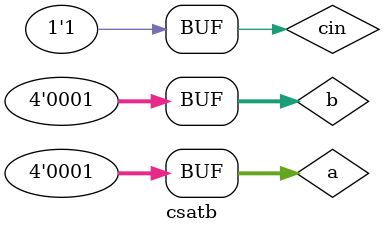
<source format=v>
`timescale 1ns / 1ps


module csatb;
reg [3:0] a;
reg [3:0] b;
reg cin;
wire [3:0] sum;
wire co;
csa uut (.a(a), .b(b), .cin(cin), .sum(sum), .co(co));
initial begin
$monitor($time,"     a=%d     b=%d     cin=%d     sum=%d    co=%d",a,b,cin,sum,co);
end
initial begin
a = 0;b = 0;cin = 0;
#100;a = 4'd5;b = 4'd4;cin = 0;
#100;a = 4'd6;b = 4'd1;cin = 1;
#100;a = 4'd7;b = 4'd1;cin = 0;
#100;a = 4'd1;b = 4'd1;cin = 1;
end

endmodule
</source>
